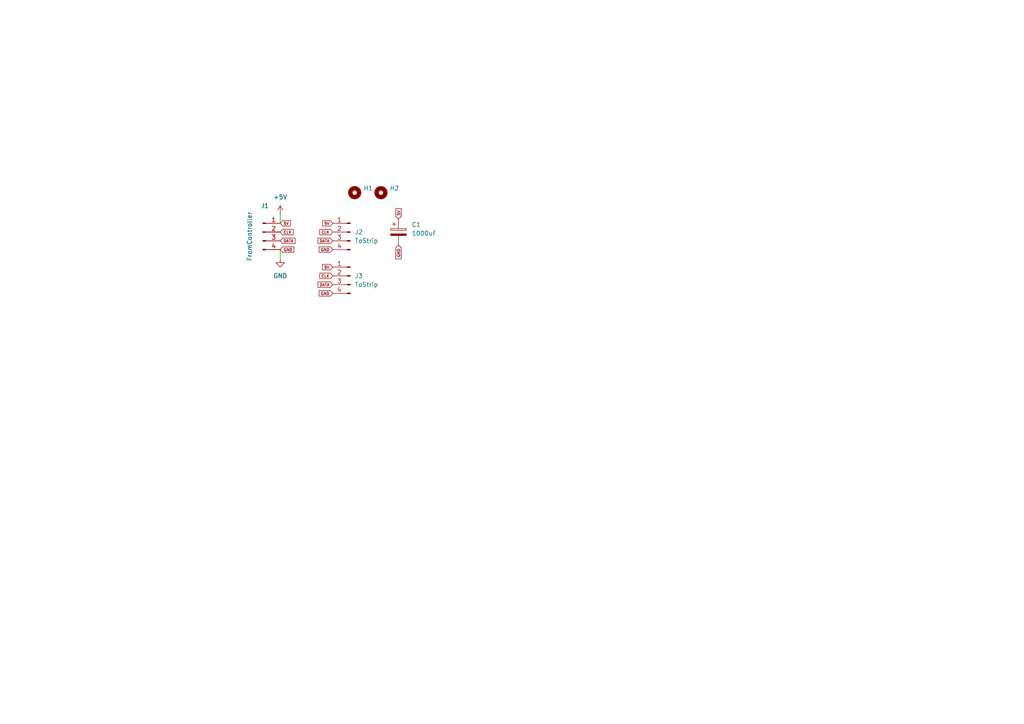
<source format=kicad_sch>
(kicad_sch (version 20211123) (generator eeschema)

  (uuid e63e39d7-6ac0-4ffd-8aa3-1841a4541b55)

  (paper "A4")

  (lib_symbols
    (symbol "Connector:Conn_01x04_Male" (pin_names (offset 1.016) hide) (in_bom yes) (on_board yes)
      (property "Reference" "J" (id 0) (at 0 5.08 0)
        (effects (font (size 1.27 1.27)))
      )
      (property "Value" "Conn_01x04_Male" (id 1) (at 0 -7.62 0)
        (effects (font (size 1.27 1.27)))
      )
      (property "Footprint" "" (id 2) (at 0 0 0)
        (effects (font (size 1.27 1.27)) hide)
      )
      (property "Datasheet" "~" (id 3) (at 0 0 0)
        (effects (font (size 1.27 1.27)) hide)
      )
      (property "ki_keywords" "connector" (id 4) (at 0 0 0)
        (effects (font (size 1.27 1.27)) hide)
      )
      (property "ki_description" "Generic connector, single row, 01x04, script generated (kicad-library-utils/schlib/autogen/connector/)" (id 5) (at 0 0 0)
        (effects (font (size 1.27 1.27)) hide)
      )
      (property "ki_fp_filters" "Connector*:*_1x??_*" (id 6) (at 0 0 0)
        (effects (font (size 1.27 1.27)) hide)
      )
      (symbol "Conn_01x04_Male_1_1"
        (polyline
          (pts
            (xy 1.27 -5.08)
            (xy 0.8636 -5.08)
          )
          (stroke (width 0.1524) (type default) (color 0 0 0 0))
          (fill (type none))
        )
        (polyline
          (pts
            (xy 1.27 -2.54)
            (xy 0.8636 -2.54)
          )
          (stroke (width 0.1524) (type default) (color 0 0 0 0))
          (fill (type none))
        )
        (polyline
          (pts
            (xy 1.27 0)
            (xy 0.8636 0)
          )
          (stroke (width 0.1524) (type default) (color 0 0 0 0))
          (fill (type none))
        )
        (polyline
          (pts
            (xy 1.27 2.54)
            (xy 0.8636 2.54)
          )
          (stroke (width 0.1524) (type default) (color 0 0 0 0))
          (fill (type none))
        )
        (rectangle (start 0.8636 -4.953) (end 0 -5.207)
          (stroke (width 0.1524) (type default) (color 0 0 0 0))
          (fill (type outline))
        )
        (rectangle (start 0.8636 -2.413) (end 0 -2.667)
          (stroke (width 0.1524) (type default) (color 0 0 0 0))
          (fill (type outline))
        )
        (rectangle (start 0.8636 0.127) (end 0 -0.127)
          (stroke (width 0.1524) (type default) (color 0 0 0 0))
          (fill (type outline))
        )
        (rectangle (start 0.8636 2.667) (end 0 2.413)
          (stroke (width 0.1524) (type default) (color 0 0 0 0))
          (fill (type outline))
        )
        (pin passive line (at 5.08 2.54 180) (length 3.81)
          (name "Pin_1" (effects (font (size 1.27 1.27))))
          (number "1" (effects (font (size 1.27 1.27))))
        )
        (pin passive line (at 5.08 0 180) (length 3.81)
          (name "Pin_2" (effects (font (size 1.27 1.27))))
          (number "2" (effects (font (size 1.27 1.27))))
        )
        (pin passive line (at 5.08 -2.54 180) (length 3.81)
          (name "Pin_3" (effects (font (size 1.27 1.27))))
          (number "3" (effects (font (size 1.27 1.27))))
        )
        (pin passive line (at 5.08 -5.08 180) (length 3.81)
          (name "Pin_4" (effects (font (size 1.27 1.27))))
          (number "4" (effects (font (size 1.27 1.27))))
        )
      )
    )
    (symbol "Device:C_Polarized" (pin_numbers hide) (pin_names (offset 0.254)) (in_bom yes) (on_board yes)
      (property "Reference" "C" (id 0) (at 0.635 2.54 0)
        (effects (font (size 1.27 1.27)) (justify left))
      )
      (property "Value" "C_Polarized" (id 1) (at 0.635 -2.54 0)
        (effects (font (size 1.27 1.27)) (justify left))
      )
      (property "Footprint" "" (id 2) (at 0.9652 -3.81 0)
        (effects (font (size 1.27 1.27)) hide)
      )
      (property "Datasheet" "~" (id 3) (at 0 0 0)
        (effects (font (size 1.27 1.27)) hide)
      )
      (property "ki_keywords" "cap capacitor" (id 4) (at 0 0 0)
        (effects (font (size 1.27 1.27)) hide)
      )
      (property "ki_description" "Polarized capacitor" (id 5) (at 0 0 0)
        (effects (font (size 1.27 1.27)) hide)
      )
      (property "ki_fp_filters" "CP_*" (id 6) (at 0 0 0)
        (effects (font (size 1.27 1.27)) hide)
      )
      (symbol "C_Polarized_0_1"
        (rectangle (start -2.286 0.508) (end 2.286 1.016)
          (stroke (width 0) (type default) (color 0 0 0 0))
          (fill (type none))
        )
        (polyline
          (pts
            (xy -1.778 2.286)
            (xy -0.762 2.286)
          )
          (stroke (width 0) (type default) (color 0 0 0 0))
          (fill (type none))
        )
        (polyline
          (pts
            (xy -1.27 2.794)
            (xy -1.27 1.778)
          )
          (stroke (width 0) (type default) (color 0 0 0 0))
          (fill (type none))
        )
        (rectangle (start 2.286 -0.508) (end -2.286 -1.016)
          (stroke (width 0) (type default) (color 0 0 0 0))
          (fill (type outline))
        )
      )
      (symbol "C_Polarized_1_1"
        (pin passive line (at 0 3.81 270) (length 2.794)
          (name "~" (effects (font (size 1.27 1.27))))
          (number "1" (effects (font (size 1.27 1.27))))
        )
        (pin passive line (at 0 -3.81 90) (length 2.794)
          (name "~" (effects (font (size 1.27 1.27))))
          (number "2" (effects (font (size 1.27 1.27))))
        )
      )
    )
    (symbol "Mechanical:MountingHole" (pin_names (offset 1.016)) (in_bom yes) (on_board yes)
      (property "Reference" "H" (id 0) (at 0 5.08 0)
        (effects (font (size 1.27 1.27)))
      )
      (property "Value" "MountingHole" (id 1) (at 0 3.175 0)
        (effects (font (size 1.27 1.27)))
      )
      (property "Footprint" "" (id 2) (at 0 0 0)
        (effects (font (size 1.27 1.27)) hide)
      )
      (property "Datasheet" "~" (id 3) (at 0 0 0)
        (effects (font (size 1.27 1.27)) hide)
      )
      (property "ki_keywords" "mounting hole" (id 4) (at 0 0 0)
        (effects (font (size 1.27 1.27)) hide)
      )
      (property "ki_description" "Mounting Hole without connection" (id 5) (at 0 0 0)
        (effects (font (size 1.27 1.27)) hide)
      )
      (property "ki_fp_filters" "MountingHole*" (id 6) (at 0 0 0)
        (effects (font (size 1.27 1.27)) hide)
      )
      (symbol "MountingHole_0_1"
        (circle (center 0 0) (radius 1.27)
          (stroke (width 1.27) (type default) (color 0 0 0 0))
          (fill (type none))
        )
      )
    )
    (symbol "power:+5V" (power) (pin_names (offset 0)) (in_bom yes) (on_board yes)
      (property "Reference" "#PWR" (id 0) (at 0 -3.81 0)
        (effects (font (size 1.27 1.27)) hide)
      )
      (property "Value" "+5V" (id 1) (at 0 3.556 0)
        (effects (font (size 1.27 1.27)))
      )
      (property "Footprint" "" (id 2) (at 0 0 0)
        (effects (font (size 1.27 1.27)) hide)
      )
      (property "Datasheet" "" (id 3) (at 0 0 0)
        (effects (font (size 1.27 1.27)) hide)
      )
      (property "ki_keywords" "power-flag" (id 4) (at 0 0 0)
        (effects (font (size 1.27 1.27)) hide)
      )
      (property "ki_description" "Power symbol creates a global label with name \"+5V\"" (id 5) (at 0 0 0)
        (effects (font (size 1.27 1.27)) hide)
      )
      (symbol "+5V_0_1"
        (polyline
          (pts
            (xy -0.762 1.27)
            (xy 0 2.54)
          )
          (stroke (width 0) (type default) (color 0 0 0 0))
          (fill (type none))
        )
        (polyline
          (pts
            (xy 0 0)
            (xy 0 2.54)
          )
          (stroke (width 0) (type default) (color 0 0 0 0))
          (fill (type none))
        )
        (polyline
          (pts
            (xy 0 2.54)
            (xy 0.762 1.27)
          )
          (stroke (width 0) (type default) (color 0 0 0 0))
          (fill (type none))
        )
      )
      (symbol "+5V_1_1"
        (pin power_in line (at 0 0 90) (length 0) hide
          (name "+5V" (effects (font (size 1.27 1.27))))
          (number "1" (effects (font (size 1.27 1.27))))
        )
      )
    )
    (symbol "power:GND" (power) (pin_names (offset 0)) (in_bom yes) (on_board yes)
      (property "Reference" "#PWR" (id 0) (at 0 -6.35 0)
        (effects (font (size 1.27 1.27)) hide)
      )
      (property "Value" "GND" (id 1) (at 0 -3.81 0)
        (effects (font (size 1.27 1.27)))
      )
      (property "Footprint" "" (id 2) (at 0 0 0)
        (effects (font (size 1.27 1.27)) hide)
      )
      (property "Datasheet" "" (id 3) (at 0 0 0)
        (effects (font (size 1.27 1.27)) hide)
      )
      (property "ki_keywords" "power-flag" (id 4) (at 0 0 0)
        (effects (font (size 1.27 1.27)) hide)
      )
      (property "ki_description" "Power symbol creates a global label with name \"GND\" , ground" (id 5) (at 0 0 0)
        (effects (font (size 1.27 1.27)) hide)
      )
      (symbol "GND_0_1"
        (polyline
          (pts
            (xy 0 0)
            (xy 0 -1.27)
            (xy 1.27 -1.27)
            (xy 0 -2.54)
            (xy -1.27 -1.27)
            (xy 0 -1.27)
          )
          (stroke (width 0) (type default) (color 0 0 0 0))
          (fill (type none))
        )
      )
      (symbol "GND_1_1"
        (pin power_in line (at 0 0 270) (length 0) hide
          (name "GND" (effects (font (size 1.27 1.27))))
          (number "1" (effects (font (size 1.27 1.27))))
        )
      )
    )
  )


  (wire (pts (xy 81.28 62.23) (xy 81.28 64.77))
    (stroke (width 0) (type default) (color 0 0 0 0))
    (uuid 71f77b6a-f2dc-4e59-be9e-db86f6b2807c)
  )
  (wire (pts (xy 81.28 72.39) (xy 81.28 74.93))
    (stroke (width 0) (type default) (color 0 0 0 0))
    (uuid dec92f45-160f-4711-8094-129a6af1a339)
  )

  (global_label "CLK" (shape input) (at 96.52 67.31 180) (fields_autoplaced)
    (effects (font (size 0.8 0.8)) (justify right))
    (uuid 0f900395-f249-4090-bb80-b5c6b73e4eec)
    (property "Intersheet References" "${INTERSHEET_REFS}" (id 0) (at 92.7524 67.26 0)
      (effects (font (size 0.8 0.8)) (justify right) hide)
    )
  )
  (global_label "GND" (shape input) (at 81.28 72.39 0) (fields_autoplaced)
    (effects (font (size 0.8 0.8)) (justify left))
    (uuid 1fe1b927-5c95-459b-821d-7f824c0f7295)
    (property "Intersheet References" "${INTERSHEET_REFS}" (id 0) (at 85.2381 72.34 0)
      (effects (font (size 0.8 0.8)) (justify left) hide)
    )
  )
  (global_label "5V" (shape input) (at 81.28 64.77 0) (fields_autoplaced)
    (effects (font (size 0.8 0.8)) (justify left))
    (uuid 33bd442b-8777-4a7c-98ba-0e5b43b727c4)
    (property "Intersheet References" "${INTERSHEET_REFS}" (id 0) (at 84.2476 64.72 0)
      (effects (font (size 0.8 0.8)) (justify left) hide)
    )
  )
  (global_label "5V" (shape input) (at 96.52 77.47 180) (fields_autoplaced)
    (effects (font (size 0.8 0.8)) (justify right))
    (uuid 6d9d338c-a477-45e7-b48d-3678fb68feab)
    (property "Intersheet References" "${INTERSHEET_REFS}" (id 0) (at 93.5524 77.52 0)
      (effects (font (size 0.8 0.8)) (justify right) hide)
    )
  )
  (global_label "CLK" (shape input) (at 96.52 80.01 180) (fields_autoplaced)
    (effects (font (size 0.8 0.8)) (justify right))
    (uuid 875de567-a16b-41ee-bbda-1e86284ee295)
    (property "Intersheet References" "${INTERSHEET_REFS}" (id 0) (at 92.7524 79.96 0)
      (effects (font (size 0.8 0.8)) (justify right) hide)
    )
  )
  (global_label "DATA" (shape input) (at 96.52 69.85 180) (fields_autoplaced)
    (effects (font (size 0.8 0.8)) (justify right))
    (uuid 990ffcc6-b7df-4267-8297-af75dad43056)
    (property "Intersheet References" "${INTERSHEET_REFS}" (id 0) (at 92.219 69.8 0)
      (effects (font (size 0.8 0.8)) (justify right) hide)
    )
  )
  (global_label "5V" (shape input) (at 96.52 64.77 180) (fields_autoplaced)
    (effects (font (size 0.8 0.8)) (justify right))
    (uuid 9ed6bfdf-2d0b-42df-87c9-27d3b1ede22f)
    (property "Intersheet References" "${INTERSHEET_REFS}" (id 0) (at 93.5524 64.82 0)
      (effects (font (size 0.8 0.8)) (justify right) hide)
    )
  )
  (global_label "DATA" (shape input) (at 81.28 69.85 0) (fields_autoplaced)
    (effects (font (size 0.8 0.8)) (justify left))
    (uuid a179856e-0137-4a09-9de2-aa82e4ecaf3c)
    (property "Intersheet References" "${INTERSHEET_REFS}" (id 0) (at 85.581 69.9 0)
      (effects (font (size 0.8 0.8)) (justify left) hide)
    )
  )
  (global_label "CLK" (shape input) (at 81.28 67.31 0) (fields_autoplaced)
    (effects (font (size 0.8 0.8)) (justify left))
    (uuid a6c82fad-ee27-40e5-bc43-9c023be82476)
    (property "Intersheet References" "${INTERSHEET_REFS}" (id 0) (at 85.0476 67.36 0)
      (effects (font (size 0.8 0.8)) (justify left) hide)
    )
  )
  (global_label "GND" (shape input) (at 115.57 71.12 270) (fields_autoplaced)
    (effects (font (size 0.8 0.8)) (justify right))
    (uuid b04f35ea-ce49-432f-84f0-0d45559b06a3)
    (property "Intersheet References" "${INTERSHEET_REFS}" (id 0) (at 115.52 75.0781 90)
      (effects (font (size 0.8 0.8)) (justify right) hide)
    )
  )
  (global_label "5V" (shape input) (at 115.57 63.5 90) (fields_autoplaced)
    (effects (font (size 0.8 0.8)) (justify left))
    (uuid c77f74b1-e5b3-4bed-9796-5d07f6cba146)
    (property "Intersheet References" "${INTERSHEET_REFS}" (id 0) (at 115.52 60.5324 90)
      (effects (font (size 0.8 0.8)) (justify left) hide)
    )
  )
  (global_label "GND" (shape input) (at 96.52 85.09 180) (fields_autoplaced)
    (effects (font (size 0.8 0.8)) (justify right))
    (uuid d6f45e74-cc96-49e8-8924-4ec5c612717e)
    (property "Intersheet References" "${INTERSHEET_REFS}" (id 0) (at 92.5619 85.14 0)
      (effects (font (size 0.8 0.8)) (justify right) hide)
    )
  )
  (global_label "DATA" (shape input) (at 96.52 82.55 180) (fields_autoplaced)
    (effects (font (size 0.8 0.8)) (justify right))
    (uuid e9295ec4-1438-46d5-bbf5-896399f84c90)
    (property "Intersheet References" "${INTERSHEET_REFS}" (id 0) (at 92.219 82.5 0)
      (effects (font (size 0.8 0.8)) (justify right) hide)
    )
  )
  (global_label "GND" (shape input) (at 96.52 72.39 180) (fields_autoplaced)
    (effects (font (size 0.8 0.8)) (justify right))
    (uuid ec0d2838-1627-4d18-8e02-be58d0af271e)
    (property "Intersheet References" "${INTERSHEET_REFS}" (id 0) (at 92.5619 72.44 0)
      (effects (font (size 0.8 0.8)) (justify right) hide)
    )
  )

  (symbol (lib_id "Connector:Conn_01x04_Male") (at 101.6 80.01 0) (mirror y) (unit 1)
    (in_bom yes) (on_board yes) (fields_autoplaced)
    (uuid 001a9681-be32-44f3-a9c1-74cd83dbc517)
    (property "Reference" "J3" (id 0) (at 102.87 80.0099 0)
      (effects (font (size 1.27 1.27)) (justify right))
    )
    (property "Value" "" (id 1) (at 102.87 82.5499 0)
      (effects (font (size 1.27 1.27)) (justify right))
    )
    (property "Footprint" "" (id 2) (at 101.6 80.01 0)
      (effects (font (size 1.27 1.27)) hide)
    )
    (property "Datasheet" "~" (id 3) (at 101.6 80.01 0)
      (effects (font (size 1.27 1.27)) hide)
    )
    (pin "1" (uuid 003444ff-f861-4942-b477-d646c5e57677))
    (pin "2" (uuid e36901b7-1469-4ff2-a498-3c014f182192))
    (pin "3" (uuid 3d2a383a-b0dd-4008-b84f-3bdb464ff751))
    (pin "4" (uuid 73e67624-9a2d-46a2-bf5f-c790cde89614))
  )

  (symbol (lib_id "Connector:Conn_01x04_Male") (at 101.6 67.31 0) (mirror y) (unit 1)
    (in_bom yes) (on_board yes) (fields_autoplaced)
    (uuid 29c2a0ac-8826-4ce4-9214-5f9b2caa55f7)
    (property "Reference" "J2" (id 0) (at 102.87 67.3099 0)
      (effects (font (size 1.27 1.27)) (justify right))
    )
    (property "Value" "" (id 1) (at 102.87 69.8499 0)
      (effects (font (size 1.27 1.27)) (justify right))
    )
    (property "Footprint" "" (id 2) (at 101.6 67.31 0)
      (effects (font (size 1.27 1.27)) hide)
    )
    (property "Datasheet" "~" (id 3) (at 101.6 67.31 0)
      (effects (font (size 1.27 1.27)) hide)
    )
    (pin "1" (uuid 9383f7eb-7638-439d-9827-9dbfa6ca40dd))
    (pin "2" (uuid 321810d0-3652-434e-a318-c9ff44f55a28))
    (pin "3" (uuid 7300d5cd-3815-4453-86fc-6a08dbc21139))
    (pin "4" (uuid 1641bf0b-d797-4753-8b76-29f3a179adda))
  )

  (symbol (lib_id "Device:C_Polarized") (at 115.57 67.31 0) (unit 1)
    (in_bom yes) (on_board yes) (fields_autoplaced)
    (uuid 36fd6716-5ef2-4fd9-8431-e730f65741ab)
    (property "Reference" "C1" (id 0) (at 119.38 65.1509 0)
      (effects (font (size 1.27 1.27)) (justify left))
    )
    (property "Value" "" (id 1) (at 119.38 67.6909 0)
      (effects (font (size 1.27 1.27)) (justify left))
    )
    (property "Footprint" "" (id 2) (at 116.5352 71.12 0)
      (effects (font (size 1.27 1.27)) hide)
    )
    (property "Datasheet" "~" (id 3) (at 115.57 67.31 0)
      (effects (font (size 1.27 1.27)) hide)
    )
    (pin "1" (uuid 1ae01196-f2a2-4367-b2ee-9fed13528229))
    (pin "2" (uuid 5c38bf13-0efb-46bb-875a-3d2991b9d410))
  )

  (symbol (lib_id "power:+5V") (at 81.28 62.23 0) (unit 1)
    (in_bom yes) (on_board yes) (fields_autoplaced)
    (uuid 6bda118e-4b39-485d-8364-54fffc9c25d5)
    (property "Reference" "#PWR0102" (id 0) (at 81.28 66.04 0)
      (effects (font (size 1.27 1.27)) hide)
    )
    (property "Value" "" (id 1) (at 81.28 57.15 0))
    (property "Footprint" "" (id 2) (at 81.28 62.23 0)
      (effects (font (size 1.27 1.27)) hide)
    )
    (property "Datasheet" "" (id 3) (at 81.28 62.23 0)
      (effects (font (size 1.27 1.27)) hide)
    )
    (pin "1" (uuid fec6969a-2e15-4705-b225-ab89f6caa607))
  )

  (symbol (lib_id "power:GND") (at 81.28 74.93 0) (unit 1)
    (in_bom yes) (on_board yes) (fields_autoplaced)
    (uuid 72eeedda-ef07-4a22-998a-6d99f9e0a6e0)
    (property "Reference" "#PWR0101" (id 0) (at 81.28 81.28 0)
      (effects (font (size 1.27 1.27)) hide)
    )
    (property "Value" "" (id 1) (at 81.28 80.01 0))
    (property "Footprint" "" (id 2) (at 81.28 74.93 0)
      (effects (font (size 1.27 1.27)) hide)
    )
    (property "Datasheet" "" (id 3) (at 81.28 74.93 0)
      (effects (font (size 1.27 1.27)) hide)
    )
    (pin "1" (uuid 6dc665b9-ff0e-4ae0-b565-1590708570c2))
  )

  (symbol (lib_id "Mechanical:MountingHole") (at 102.87 55.88 0) (unit 1)
    (in_bom yes) (on_board yes) (fields_autoplaced)
    (uuid 8abe2372-4d99-4624-ad21-d777e540d56e)
    (property "Reference" "H1" (id 0) (at 105.41 54.6099 0)
      (effects (font (size 1.27 1.27)) (justify left))
    )
    (property "Value" "" (id 1) (at 105.41 57.1499 0)
      (effects (font (size 1.27 1.27)) (justify left) hide)
    )
    (property "Footprint" "" (id 2) (at 102.87 55.88 0)
      (effects (font (size 1.27 1.27)) hide)
    )
    (property "Datasheet" "~" (id 3) (at 102.87 55.88 0)
      (effects (font (size 1.27 1.27)) hide)
    )
  )

  (symbol (lib_id "Connector:Conn_01x04_Male") (at 76.2 67.31 0) (unit 1)
    (in_bom yes) (on_board yes)
    (uuid dce19932-c8bb-4240-8068-3df8a97ffd94)
    (property "Reference" "J1" (id 0) (at 76.835 59.69 0))
    (property "Value" "" (id 1) (at 72.39 68.58 90))
    (property "Footprint" "" (id 2) (at 76.2 67.31 0)
      (effects (font (size 1.27 1.27)) hide)
    )
    (property "Datasheet" "~" (id 3) (at 76.2 67.31 0)
      (effects (font (size 1.27 1.27)) hide)
    )
    (pin "1" (uuid 26ef2929-2a9e-43e0-b6d2-604f0548ce93))
    (pin "2" (uuid 1687f273-902c-4b33-8d9c-a8674bd4cc57))
    (pin "3" (uuid 9271be70-8496-45b2-aa46-470a605c83f2))
    (pin "4" (uuid 40df5434-f801-4061-bd27-80a8ea27d1b4))
  )

  (symbol (lib_id "Mechanical:MountingHole") (at 110.49 55.88 0) (unit 1)
    (in_bom yes) (on_board yes) (fields_autoplaced)
    (uuid e302e11f-3e2a-4adf-b8db-bbf866e21eaf)
    (property "Reference" "H2" (id 0) (at 113.03 54.6099 0)
      (effects (font (size 1.27 1.27)) (justify left))
    )
    (property "Value" "" (id 1) (at 113.03 57.1499 0)
      (effects (font (size 1.27 1.27)) (justify left) hide)
    )
    (property "Footprint" "" (id 2) (at 110.49 55.88 0)
      (effects (font (size 1.27 1.27)) hide)
    )
    (property "Datasheet" "~" (id 3) (at 110.49 55.88 0)
      (effects (font (size 1.27 1.27)) hide)
    )
  )

  (sheet_instances
    (path "/" (page "1"))
  )

  (symbol_instances
    (path "/72eeedda-ef07-4a22-998a-6d99f9e0a6e0"
      (reference "#PWR0101") (unit 1) (value "GND") (footprint "")
    )
    (path "/6bda118e-4b39-485d-8364-54fffc9c25d5"
      (reference "#PWR0102") (unit 1) (value "+5V") (footprint "")
    )
    (path "/36fd6716-5ef2-4fd9-8431-e730f65741ab"
      (reference "C1") (unit 1) (value "1000uF") (footprint "libs:CP_8x15mm_horiz-L")
    )
    (path "/8abe2372-4d99-4624-ad21-d777e540d56e"
      (reference "H1") (unit 1) (value "MountingHole") (footprint "MountingHole:MountingHole_2.7mm_M2.5")
    )
    (path "/e302e11f-3e2a-4adf-b8db-bbf866e21eaf"
      (reference "H2") (unit 1) (value "MountingHole") (footprint "MountingHole:MountingHole_2.7mm_M2.5")
    )
    (path "/dce19932-c8bb-4240-8068-3df8a97ffd94"
      (reference "J1") (unit 1) (value "FromController") (footprint "Connector_JST:JST_XH_B4B-XH-A_1x04_P2.50mm_Vertical")
    )
    (path "/29c2a0ac-8826-4ce4-9214-5f9b2caa55f7"
      (reference "J2") (unit 1) (value "ToStrip") (footprint "libs:APA102_STRIP")
    )
    (path "/001a9681-be32-44f3-a9c1-74cd83dbc517"
      (reference "J3") (unit 1) (value "ToStrip") (footprint "libs:APA102_STRIP")
    )
  )
)

</source>
